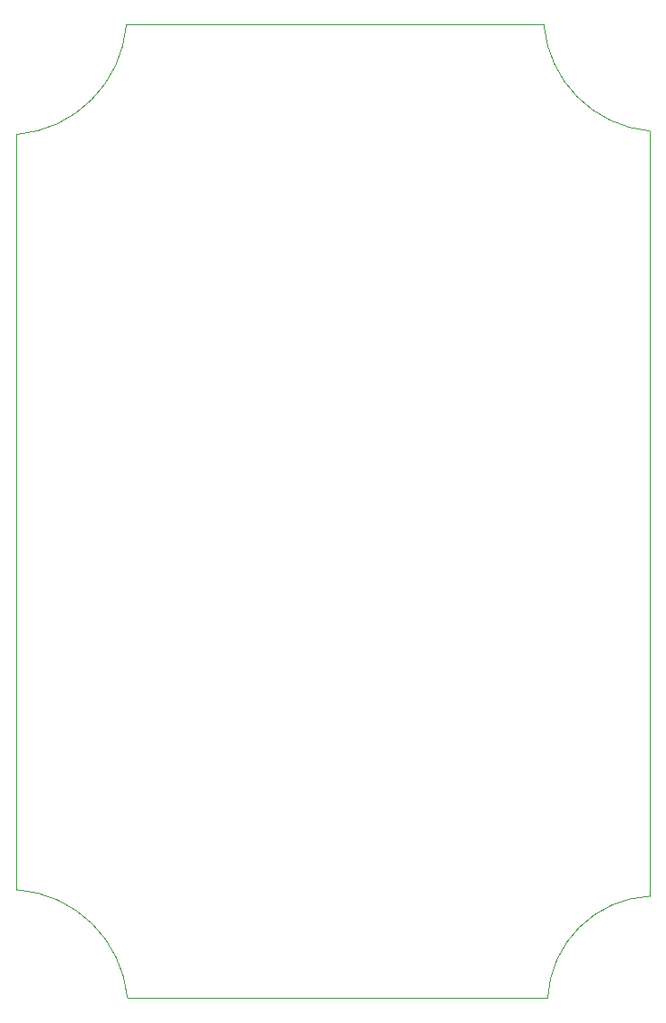
<source format=gbr>
G04 #@! TF.GenerationSoftware,KiCad,Pcbnew,(5.0.2)-1*
G04 #@! TF.CreationDate,2019-04-21T19:49:24-04:00*
G04 #@! TF.ProjectId,_saved__saved_tDCS,5f736176-6564-45f5-9f73-617665645f74,rev?*
G04 #@! TF.SameCoordinates,Original*
G04 #@! TF.FileFunction,Profile,NP*
%FSLAX46Y46*%
G04 Gerber Fmt 4.6, Leading zero omitted, Abs format (unit mm)*
G04 Created by KiCad (PCBNEW (5.0.2)-1) date 4/21/2019 7:49:24 PM*
%MOMM*%
%LPD*%
G01*
G04 APERTURE LIST*
%ADD10C,0.100000*%
G04 APERTURE END LIST*
D10*
X202760095Y-115194603D02*
G75*
G02X213220000Y-125400000I-770284J-11252572D01*
G01*
X213118356Y-33749722D02*
G75*
G02X202780000Y-44070000I-11268356J949722D01*
G01*
X262418146Y-43747122D02*
G75*
G02X252450001Y-33749999I1006854J10972122D01*
G01*
X213130000Y-33730000D02*
X252450000Y-33725000D01*
X262450000Y-115800000D02*
X262450000Y-43750000D01*
X213230000Y-125410000D02*
X252800000Y-125410000D01*
X202760000Y-44070000D02*
X202760000Y-115200000D01*
X252802043Y-125410109D02*
G75*
G02X262450000Y-115800000I10147957J-539891D01*
G01*
M02*

</source>
